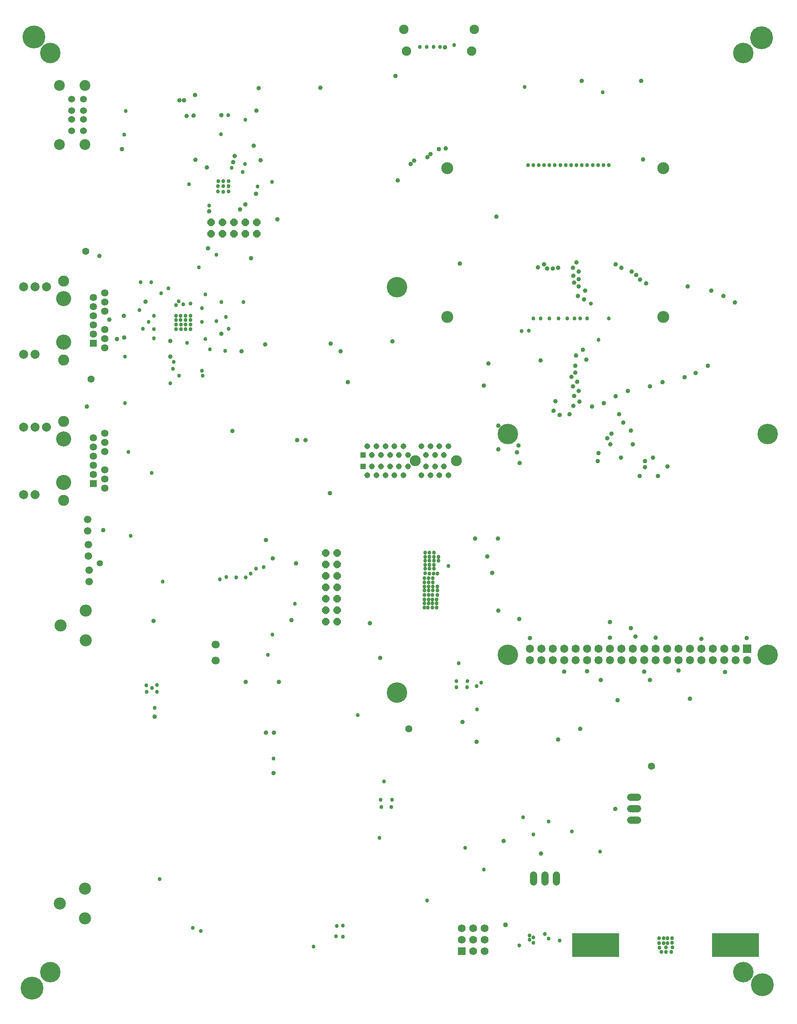
<source format=gbr>
G04 EAGLE Gerber RS-274X export*
G75*
%MOMM*%
%FSLAX34Y34*%
%LPD*%
%INSoldermask Bottom*%
%IPPOS*%
%AMOC8*
5,1,8,0,0,1.08239X$1,22.5*%
G01*
%ADD10R,5.301600X5.301600*%
%ADD11C,1.529600*%
%ADD12C,2.401600*%
%ADD13C,2.692400*%
%ADD14R,1.631600X1.631600*%
%ADD15C,1.631600*%
%ADD16C,2.006600*%
%ADD17C,2.456600*%
%ADD18C,3.352800*%
%ADD19C,1.625600*%
%ADD20P,1.759533X8X112.500000*%
%ADD21R,1.826600X1.826600*%
%ADD22C,1.826600*%
%ADD23C,2.096600*%
%ADD24R,1.309600X1.309600*%
%ADD25C,1.309600*%
%ADD26C,2.451600*%
%ADD27P,1.759533X8X22.500000*%
%ADD28C,4.546600*%
%ADD29R,1.751600X1.751600*%
%ADD30C,1.751600*%
%ADD31C,2.651600*%
%ADD32C,1.676600*%
%ADD33C,1.801600*%
%ADD34C,5.080000*%
%ADD35C,0.858000*%
%ADD36C,1.008000*%
%ADD37C,1.601600*%
%ADD38C,1.108000*%
%ADD39C,0.908000*%
%ADD40C,1.401600*%


D10*
X1576500Y139700D03*
X1317500Y139700D03*
X1265500Y139700D03*
X1628500Y139700D03*
D11*
X153600Y2017600D03*
X153600Y1992600D03*
X153600Y1972600D03*
X153600Y1947600D03*
X127400Y2017600D03*
X127400Y1992600D03*
X127400Y1972600D03*
X127400Y1947600D03*
D12*
X157100Y2048300D03*
X100300Y2048300D03*
X157100Y1916900D03*
X100300Y1916900D03*
D13*
X156800Y265220D03*
X100920Y232200D03*
X156800Y199180D03*
D14*
X175040Y1475400D03*
D15*
X175040Y1495720D03*
X175040Y1516040D03*
X175040Y1536360D03*
X175040Y1556680D03*
X175040Y1577000D03*
X200440Y1465240D03*
X200440Y1485560D03*
X200440Y1505880D03*
X200440Y1546520D03*
X200440Y1566840D03*
X200440Y1587160D03*
D16*
X45500Y1451016D03*
X20100Y1451016D03*
X70900Y1601384D03*
X45500Y1601384D03*
X20100Y1601384D03*
D17*
X109000Y1438316D03*
X109000Y1614084D03*
D18*
X109000Y1477940D03*
X109000Y1574460D03*
D19*
X1369280Y417400D02*
X1384520Y417400D01*
X1384520Y442800D02*
X1369280Y442800D01*
X1369280Y468200D02*
X1384520Y468200D01*
D20*
X717100Y857900D03*
X691700Y857900D03*
X717100Y883300D03*
X691700Y883300D03*
X717100Y908700D03*
X691700Y908700D03*
X717100Y934100D03*
X691700Y934100D03*
X717100Y959500D03*
X691700Y959500D03*
X717100Y984900D03*
X691700Y984900D03*
X717100Y1010300D03*
X691700Y1010300D03*
D14*
X175640Y1163900D03*
D15*
X175640Y1184220D03*
X175640Y1204540D03*
X175640Y1224860D03*
X175640Y1245180D03*
X175640Y1265500D03*
X201040Y1153740D03*
X201040Y1174060D03*
X201040Y1194380D03*
X201040Y1235020D03*
X201040Y1255340D03*
X201040Y1275660D03*
D16*
X46100Y1139516D03*
X20700Y1139516D03*
X71500Y1289884D03*
X46100Y1289884D03*
X20700Y1289884D03*
D17*
X109600Y1126816D03*
X109600Y1302584D03*
D18*
X109600Y1166440D03*
X109600Y1262960D03*
D21*
X1628200Y797500D03*
D22*
X1628200Y772100D03*
X1602800Y797500D03*
X1602800Y772100D03*
X1577400Y797500D03*
X1577400Y772100D03*
X1552000Y797500D03*
X1552000Y772100D03*
X1526600Y797500D03*
X1526600Y772100D03*
X1501200Y797500D03*
X1501200Y772100D03*
X1475800Y797500D03*
X1475800Y772100D03*
X1450400Y797500D03*
X1450400Y772100D03*
X1425000Y797500D03*
X1425000Y772100D03*
X1399600Y797500D03*
X1399600Y772100D03*
X1374200Y797500D03*
X1374200Y772100D03*
X1348800Y797500D03*
X1348800Y772100D03*
X1323400Y797500D03*
X1323400Y772100D03*
X1298000Y797500D03*
X1298000Y772100D03*
X1272600Y797500D03*
X1272600Y772100D03*
X1247200Y797500D03*
X1247200Y772100D03*
X1221800Y797500D03*
X1221800Y772100D03*
X1196400Y797500D03*
X1196400Y772100D03*
X1171000Y797500D03*
X1171000Y772100D03*
X1145600Y797500D03*
X1145600Y772100D03*
D23*
X871400Y2124000D03*
X1016400Y2124000D03*
X1022400Y2173000D03*
X865400Y2173000D03*
D24*
X774500Y1227500D03*
D25*
X784500Y1247500D03*
X794500Y1227500D03*
X804500Y1247500D03*
X814500Y1227500D03*
X824500Y1247500D03*
X834500Y1227500D03*
X844500Y1247500D03*
X854500Y1227500D03*
X864500Y1247500D03*
X874500Y1227500D03*
X904500Y1247500D03*
X914500Y1227500D03*
X924500Y1247500D03*
X934500Y1227500D03*
X944500Y1247500D03*
X954500Y1227500D03*
X964500Y1247500D03*
D24*
X774500Y1202500D03*
D25*
X784500Y1182500D03*
X794500Y1202500D03*
X804500Y1182500D03*
X814500Y1202500D03*
X824500Y1182500D03*
X834500Y1202500D03*
X844500Y1182500D03*
X854500Y1202500D03*
X864500Y1182500D03*
X874500Y1202500D03*
X904500Y1182500D03*
X914500Y1202500D03*
X924500Y1182500D03*
X934500Y1202500D03*
X944500Y1182500D03*
X954500Y1202500D03*
X964500Y1182500D03*
D26*
X891000Y1215000D03*
X982500Y1215000D03*
D27*
X436900Y1718600D03*
X436900Y1744000D03*
X462300Y1718600D03*
X462300Y1744000D03*
X487700Y1718600D03*
X487700Y1744000D03*
X513100Y1718600D03*
X513100Y1744000D03*
X538500Y1718600D03*
X538500Y1744000D03*
D13*
X158000Y882020D03*
X102120Y849000D03*
X158000Y815980D03*
D28*
X80000Y2120000D03*
X80000Y80000D03*
X1620000Y80000D03*
X1620000Y2120000D03*
X850000Y1600000D03*
X850000Y700000D03*
D19*
X1153600Y295620D02*
X1153600Y280380D01*
X1179000Y280380D02*
X1179000Y295620D01*
X1204400Y295620D02*
X1204400Y280380D01*
D29*
X994000Y126000D03*
D30*
X994000Y151400D03*
X994000Y176800D03*
X1019400Y126000D03*
X1019400Y151400D03*
X1019400Y176800D03*
X1044800Y126000D03*
X1044800Y151400D03*
X1044800Y176800D03*
D31*
X1442000Y1864000D03*
X1442000Y1534000D03*
X962000Y1534000D03*
X962000Y1864000D03*
D28*
X1674000Y784000D03*
X1674000Y1274000D03*
X1096600Y1274000D03*
X1096600Y784000D03*
D32*
X164000Y1003300D03*
X164000Y1028700D03*
X166000Y946300D03*
X166000Y971700D03*
X163000Y1059300D03*
X163000Y1084700D03*
D33*
X447000Y771500D03*
X447000Y806500D03*
D34*
X43000Y2156000D03*
X1660000Y2154000D03*
X1662000Y52000D03*
X39000Y44000D03*
D35*
X306000Y710000D03*
X329654Y946232D03*
X987000Y765000D03*
X982000Y712000D03*
X982000Y726000D03*
X1006000Y712000D03*
X1007000Y726000D03*
X1027000Y715000D03*
X763000Y650000D03*
X815000Y446000D03*
X814000Y462000D03*
X837000Y446000D03*
X839000Y462000D03*
X665000Y136000D03*
X716000Y182000D03*
X730000Y183000D03*
X715000Y159000D03*
X730000Y158000D03*
X917000Y239000D03*
X1037000Y722000D03*
X323000Y286000D03*
X396300Y178200D03*
X414000Y171000D03*
X1122000Y139000D03*
X1134000Y2045000D03*
X901000Y2134000D03*
X916000Y2134000D03*
X931000Y2134000D03*
X946000Y2134000D03*
X977062Y2138000D03*
X1432500Y154800D03*
X1442500Y154800D03*
X1451500Y154800D03*
X1461500Y154800D03*
X1433500Y133800D03*
X1432500Y143800D03*
X1442500Y143800D03*
X1451500Y143800D03*
X1461500Y144800D03*
X1462500Y134800D03*
X1447500Y134800D03*
X1437500Y124800D03*
X1447500Y124800D03*
X1459500Y124800D03*
X554000Y979000D03*
X563000Y784000D03*
X573000Y829000D03*
X623500Y897500D03*
X514000Y956000D03*
X537000Y975000D03*
X493000Y956000D03*
X525000Y964000D03*
X471000Y957000D03*
X253614Y1234431D03*
X305000Y1188000D03*
X246000Y1343000D03*
X1002000Y356000D03*
X453000Y1836000D03*
X464000Y1836000D03*
X476000Y1836000D03*
X452000Y1825000D03*
X452000Y1813000D03*
X464000Y1812000D03*
X476000Y1813000D03*
X464000Y1825000D03*
X476000Y1825000D03*
X247500Y1991287D03*
X475000Y1982000D03*
X811000Y378000D03*
X1028000Y663000D03*
X285300Y1507600D03*
X366000Y1404000D03*
X410000Y1644000D03*
X342000Y1598000D03*
X424500Y1584500D03*
X346000Y1387000D03*
X470000Y1534000D03*
X326000Y1587000D03*
X1301000Y347000D03*
X1130000Y423000D03*
X1187000Y414000D03*
X1321000Y1871000D03*
X1309000Y1871000D03*
X1297000Y1871000D03*
X1285000Y1871000D03*
X1273000Y1871000D03*
X1261000Y1871000D03*
X1249000Y1871000D03*
X1237000Y1871000D03*
X1225000Y1871000D03*
X1213000Y1871000D03*
X1201000Y1871000D03*
X1189000Y1871000D03*
X1177000Y1871000D03*
X1165000Y1871000D03*
X1153000Y1871000D03*
X1141000Y1871000D03*
X1321000Y1531000D03*
X1273000Y1531000D03*
X1257000Y1531000D03*
X1229000Y1531000D03*
X1209000Y1531000D03*
X1189000Y1531000D03*
X1169000Y1531000D03*
X1153000Y1531000D03*
X1127000Y1503000D03*
X1143000Y1504000D03*
X1245000Y1531000D03*
X572000Y1834000D03*
X293000Y716000D03*
X317000Y717000D03*
X294000Y702000D03*
X317000Y702000D03*
X359000Y1537000D03*
X359000Y1527000D03*
X359000Y1517000D03*
X359000Y1507000D03*
X370000Y1507000D03*
X370000Y1517000D03*
X369000Y1527000D03*
X369000Y1537000D03*
X380000Y1537000D03*
X380000Y1527000D03*
X380000Y1517000D03*
X380000Y1507000D03*
X391000Y1537000D03*
X391000Y1527000D03*
X391000Y1517000D03*
X391000Y1507000D03*
X243689Y1939213D03*
X246000Y1446000D03*
X468000Y1459000D03*
X509000Y1567000D03*
X280000Y1611000D03*
X964000Y981000D03*
X821000Y503000D03*
X1145000Y161000D03*
X1145000Y152000D03*
X1153000Y157000D03*
X1153000Y145000D03*
D36*
X1146000Y821000D03*
X1222000Y747000D03*
X1273000Y748000D03*
X1400000Y747000D03*
X1579000Y746000D03*
X1527000Y820000D03*
X1323000Y822000D03*
X1263000Y1461000D03*
X1476000Y749000D03*
X309000Y859000D03*
X501000Y1773000D03*
X189000Y1670000D03*
X346000Y1446000D03*
X433000Y1769000D03*
X402000Y1883000D03*
D35*
X277652Y1549500D03*
X459000Y1940000D03*
D36*
X1261000Y2058000D03*
X847000Y2069000D03*
X1393000Y2058000D03*
X239000Y1907000D03*
X401000Y2027000D03*
X383000Y1980000D03*
X1087000Y371000D03*
X1170000Y343000D03*
X543000Y2042000D03*
X680000Y2043000D03*
X588000Y724000D03*
X559000Y611000D03*
X577000Y611000D03*
X576000Y522000D03*
X514000Y724000D03*
X312000Y647000D03*
X990000Y1653000D03*
X1042917Y1382083D03*
X197000Y1061000D03*
X161000Y1335000D03*
D35*
X311500Y666500D03*
D36*
X1234000Y1318000D03*
X1212000Y1317000D03*
X484000Y1281000D03*
X741000Y1389000D03*
X1242000Y1337000D03*
X1284000Y1335000D03*
X1310000Y1343000D03*
X1256000Y1346000D03*
X1244000Y1359000D03*
X1336000Y1358000D03*
X1254000Y1370000D03*
X1363000Y1370000D03*
X1241000Y1380000D03*
X1412000Y1380000D03*
X1251000Y1390000D03*
X1440000Y1389000D03*
X1246000Y1411000D03*
X1514000Y1410000D03*
X1246000Y1426000D03*
X1541000Y1426000D03*
X1298000Y1232000D03*
X1122000Y864000D03*
X1123000Y1210000D03*
X1303000Y728502D03*
X1412000Y728502D03*
X1317802Y1265000D03*
X626000Y987000D03*
X1075498Y882000D03*
X1117000Y1234000D03*
X1327000Y1275000D03*
X1075498Y1240000D03*
X1074498Y1042000D03*
X1024000Y1042000D03*
X840000Y1480000D03*
X703000Y1475000D03*
X557000Y1473000D03*
X559000Y1039000D03*
X647000Y1261000D03*
X628000Y1261000D03*
X1169000Y1438000D03*
X1163000Y1644000D03*
X1198000Y1326000D03*
X1177000Y1651000D03*
X1183802Y1642000D03*
X1202000Y1347000D03*
X1196000Y1642000D03*
X1248000Y1449000D03*
X1271000Y1439000D03*
X1208000Y1643000D03*
D35*
X576000Y554000D03*
D36*
X1249000Y1655000D03*
X1336000Y1651000D03*
X1401000Y1214000D03*
X1296000Y1214000D03*
X1241000Y1643000D03*
X1349000Y1643000D03*
X1418802Y1222000D03*
X1348270Y1222000D03*
X1254000Y1635000D03*
X1372000Y1635000D03*
X1430000Y1181000D03*
X1389200Y1181000D03*
X1242000Y1626000D03*
X1382000Y1627000D03*
X1451000Y1202000D03*
X1401600Y1201000D03*
X1254000Y1618000D03*
X1390000Y1617000D03*
X1244000Y1610000D03*
X1404000Y1609000D03*
X1254000Y1602000D03*
X1496000Y1602000D03*
X1268000Y1593000D03*
X1549000Y1593000D03*
X1252000Y1581000D03*
X1576000Y1581000D03*
X1266000Y1573000D03*
X1601000Y1566000D03*
X1027000Y591000D03*
X1208000Y596000D03*
X1380000Y825000D03*
X1370000Y843000D03*
X1257500Y620000D03*
X1374000Y1251000D03*
X1324000Y1251000D03*
X1323000Y857000D03*
X1340000Y683000D03*
X1369652Y1281999D03*
X1120000Y1249000D03*
X1062000Y966000D03*
X789850Y854000D03*
X1353000Y1300000D03*
X1075498Y1293000D03*
X1050498Y1002502D03*
X1344000Y1318000D03*
X725000Y1458000D03*
D35*
X1307000Y2033000D03*
D37*
X876000Y620000D03*
D38*
X1091000Y185000D03*
D35*
X1153000Y385000D03*
X1239000Y392000D03*
X1298000Y1483000D03*
D37*
X1416000Y537000D03*
D36*
X852000Y1837000D03*
X701000Y1143000D03*
X958364Y1908000D03*
X943000Y1907000D03*
X925000Y1896000D03*
X917672Y1888672D03*
X888000Y1881000D03*
X880672Y1873672D03*
X460000Y1982000D03*
X538000Y1992000D03*
X1071000Y1757000D03*
X1053000Y1431000D03*
X1397000Y1884000D03*
X957000Y2133000D03*
D35*
X911000Y917000D03*
X920000Y917000D03*
X929000Y917000D03*
X940000Y917000D03*
X911000Y927000D03*
X911000Y936000D03*
X911000Y945000D03*
X911000Y954000D03*
X920000Y927000D03*
X920000Y936000D03*
X920000Y945000D03*
X920000Y954000D03*
X930000Y927000D03*
X930000Y936000D03*
X930000Y945000D03*
X930000Y954000D03*
X940000Y927000D03*
X940000Y936000D03*
X913000Y1011000D03*
X922000Y1011000D03*
X913000Y965000D03*
X922000Y964000D03*
X931000Y964000D03*
X940000Y964000D03*
X913000Y975000D03*
X913000Y984000D03*
X913000Y993000D03*
X913000Y1002000D03*
X932000Y1011000D03*
X942000Y993000D03*
X942000Y1002000D03*
X932000Y975000D03*
X932000Y984000D03*
X932000Y993000D03*
X932000Y1002000D03*
X922000Y975000D03*
X922000Y984000D03*
X922000Y993000D03*
X922000Y1002000D03*
X911000Y907000D03*
X911000Y898000D03*
X911000Y889000D03*
X919000Y889000D03*
X920000Y898000D03*
X920000Y907000D03*
X929000Y907000D03*
X929000Y898000D03*
X929000Y889000D03*
X938000Y889000D03*
X938000Y898000D03*
X938000Y907000D03*
X1179000Y164000D03*
X540000Y1824000D03*
X507000Y1856000D03*
X417000Y1415000D03*
X384000Y1477000D03*
X434000Y1462000D03*
X391052Y1563611D03*
X417000Y1554000D03*
X358948Y1560571D03*
X460000Y1567000D03*
X1043000Y307000D03*
D39*
X1281000Y1564000D03*
D35*
X304000Y1611000D03*
D36*
X1627000Y821000D03*
X1425000Y822000D03*
X513000Y1784000D03*
X505000Y1458000D03*
X346000Y1481000D03*
X532000Y1914000D03*
X537000Y1808000D03*
D40*
X190000Y987000D03*
D36*
X398000Y1981000D03*
D35*
X1212000Y149676D03*
D36*
X1501000Y687000D03*
X1238000Y1401000D03*
X1489500Y1400500D03*
X813000Y777000D03*
X1335000Y442000D03*
D35*
X456000Y952000D03*
D36*
X526000Y1665000D03*
X574000Y998000D03*
X616000Y861000D03*
X584000Y1751000D03*
X489372Y1891729D03*
X377000Y2015000D03*
X486000Y1878000D03*
X366636Y2015000D03*
X460000Y1497000D03*
D35*
X476000Y1508000D03*
X512000Y1874000D03*
X513000Y1972000D03*
D36*
X211000Y1528000D03*
X243000Y1536636D03*
X227553Y1485447D03*
X243882Y1488118D03*
D35*
X418000Y1404000D03*
X352000Y1419000D03*
X424000Y1485000D03*
D36*
X430000Y1687000D03*
D35*
X448500Y1672500D03*
X449000Y1525000D03*
X1187000Y153912D03*
X258000Y1048000D03*
X310000Y1537000D03*
X310000Y1507000D03*
X310000Y1487000D03*
X365000Y1569000D03*
X298000Y1523000D03*
D36*
X291000Y1568000D03*
D35*
X374948Y1562000D03*
X417000Y1523000D03*
X354000Y1434000D03*
X388000Y1828787D03*
X433000Y1781000D03*
X483000Y1865166D03*
D36*
X547000Y1882000D03*
X428000Y1866000D03*
D37*
X158000Y1680000D03*
X170000Y1396000D03*
D36*
X996000Y635000D03*
M02*

</source>
